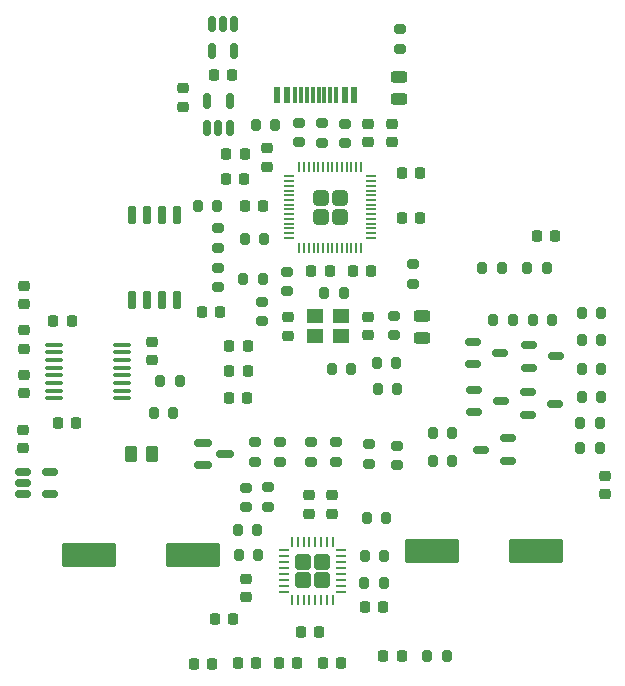
<source format=gbr>
%TF.GenerationSoftware,KiCad,Pcbnew,8.0.1*%
%TF.CreationDate,2024-04-11T10:52:21-07:00*%
%TF.ProjectId,TMC2240_RP2040,544d4332-3234-4305-9f52-50323034302e,rev?*%
%TF.SameCoordinates,Original*%
%TF.FileFunction,Paste,Top*%
%TF.FilePolarity,Positive*%
%FSLAX46Y46*%
G04 Gerber Fmt 4.6, Leading zero omitted, Abs format (unit mm)*
G04 Created by KiCad (PCBNEW 8.0.1) date 2024-04-11 10:52:21*
%MOMM*%
%LPD*%
G01*
G04 APERTURE LIST*
G04 Aperture macros list*
%AMRoundRect*
0 Rectangle with rounded corners*
0 $1 Rounding radius*
0 $2 $3 $4 $5 $6 $7 $8 $9 X,Y pos of 4 corners*
0 Add a 4 corners polygon primitive as box body*
4,1,4,$2,$3,$4,$5,$6,$7,$8,$9,$2,$3,0*
0 Add four circle primitives for the rounded corners*
1,1,$1+$1,$2,$3*
1,1,$1+$1,$4,$5*
1,1,$1+$1,$6,$7*
1,1,$1+$1,$8,$9*
0 Add four rect primitives between the rounded corners*
20,1,$1+$1,$2,$3,$4,$5,0*
20,1,$1+$1,$4,$5,$6,$7,0*
20,1,$1+$1,$6,$7,$8,$9,0*
20,1,$1+$1,$8,$9,$2,$3,0*%
%AMFreePoly0*
4,1,14,0.340806,0.106694,0.394194,0.053306,0.412500,0.009112,0.412500,-0.062500,0.394194,-0.106694,0.350000,-0.125000,-0.350000,-0.125000,-0.394194,-0.106694,-0.412500,-0.062500,-0.412500,0.062500,-0.394194,0.106694,-0.350000,0.125000,0.296612,0.125000,0.340806,0.106694,0.340806,0.106694,$1*%
%AMFreePoly1*
4,1,14,0.394194,0.106694,0.412500,0.062500,0.412500,-0.009112,0.394194,-0.053306,0.340806,-0.106694,0.296612,-0.125000,-0.350000,-0.125000,-0.394194,-0.106694,-0.412500,-0.062500,-0.412500,0.062500,-0.394194,0.106694,-0.350000,0.125000,0.350000,0.125000,0.394194,0.106694,0.394194,0.106694,$1*%
%AMFreePoly2*
4,1,14,0.106694,0.394194,0.125000,0.350000,0.125000,-0.350000,0.106694,-0.394194,0.062500,-0.412500,-0.062500,-0.412500,-0.106694,-0.394194,-0.125000,-0.350000,-0.125000,0.296612,-0.106694,0.340806,-0.053306,0.394194,-0.009112,0.412500,0.062500,0.412500,0.106694,0.394194,0.106694,0.394194,$1*%
%AMFreePoly3*
4,1,14,0.053306,0.394194,0.106694,0.340806,0.125000,0.296612,0.125000,-0.350000,0.106694,-0.394194,0.062500,-0.412500,-0.062500,-0.412500,-0.106694,-0.394194,-0.125000,-0.350000,-0.125000,0.350000,-0.106694,0.394194,-0.062500,0.412500,0.009112,0.412500,0.053306,0.394194,0.053306,0.394194,$1*%
%AMFreePoly4*
4,1,14,0.394194,0.106694,0.412500,0.062500,0.412500,-0.062500,0.394194,-0.106694,0.350000,-0.125000,-0.296612,-0.125000,-0.340806,-0.106694,-0.394194,-0.053306,-0.412500,-0.009112,-0.412500,0.062500,-0.394194,0.106694,-0.350000,0.125000,0.350000,0.125000,0.394194,0.106694,0.394194,0.106694,$1*%
%AMFreePoly5*
4,1,14,0.394194,0.106694,0.412500,0.062500,0.412500,-0.062500,0.394194,-0.106694,0.350000,-0.125000,-0.350000,-0.125000,-0.394194,-0.106694,-0.412500,-0.062500,-0.412500,0.009112,-0.394194,0.053306,-0.340806,0.106694,-0.296612,0.125000,0.350000,0.125000,0.394194,0.106694,0.394194,0.106694,$1*%
%AMFreePoly6*
4,1,14,0.106694,0.394194,0.125000,0.350000,0.125000,-0.296612,0.106694,-0.340806,0.053306,-0.394194,0.009112,-0.412500,-0.062500,-0.412500,-0.106694,-0.394194,-0.125000,-0.350000,-0.125000,0.350000,-0.106694,0.394194,-0.062500,0.412500,0.062500,0.412500,0.106694,0.394194,0.106694,0.394194,$1*%
%AMFreePoly7*
4,1,14,0.106694,0.394194,0.125000,0.350000,0.125000,-0.350000,0.106694,-0.394194,0.062500,-0.412500,-0.009112,-0.412500,-0.053306,-0.394194,-0.106694,-0.340806,-0.125000,-0.296612,-0.125000,0.350000,-0.106694,0.394194,-0.062500,0.412500,0.062500,0.412500,0.106694,0.394194,0.106694,0.394194,$1*%
G04 Aperture macros list end*
%ADD10RoundRect,0.250000X0.262500X0.450000X-0.262500X0.450000X-0.262500X-0.450000X0.262500X-0.450000X0*%
%ADD11RoundRect,0.200000X0.200000X0.275000X-0.200000X0.275000X-0.200000X-0.275000X0.200000X-0.275000X0*%
%ADD12RoundRect,0.200000X-0.200000X-0.275000X0.200000X-0.275000X0.200000X0.275000X-0.200000X0.275000X0*%
%ADD13RoundRect,0.150000X-0.512500X-0.150000X0.512500X-0.150000X0.512500X0.150000X-0.512500X0.150000X0*%
%ADD14RoundRect,0.225000X0.250000X-0.225000X0.250000X0.225000X-0.250000X0.225000X-0.250000X-0.225000X0*%
%ADD15RoundRect,0.200000X-0.275000X0.200000X-0.275000X-0.200000X0.275000X-0.200000X0.275000X0.200000X0*%
%ADD16RoundRect,0.225000X-0.225000X-0.250000X0.225000X-0.250000X0.225000X0.250000X-0.225000X0.250000X0*%
%ADD17RoundRect,0.200000X0.275000X-0.200000X0.275000X0.200000X-0.275000X0.200000X-0.275000X-0.200000X0*%
%ADD18RoundRect,0.225000X-0.250000X0.225000X-0.250000X-0.225000X0.250000X-0.225000X0.250000X0.225000X0*%
%ADD19RoundRect,0.225000X0.225000X0.250000X-0.225000X0.250000X-0.225000X-0.250000X0.225000X-0.250000X0*%
%ADD20R,0.600000X1.450000*%
%ADD21R,0.300000X1.450000*%
%ADD22RoundRect,0.249999X-0.395001X-0.395001X0.395001X-0.395001X0.395001X0.395001X-0.395001X0.395001X0*%
%ADD23RoundRect,0.050000X-0.387500X-0.050000X0.387500X-0.050000X0.387500X0.050000X-0.387500X0.050000X0*%
%ADD24RoundRect,0.050000X-0.050000X-0.387500X0.050000X-0.387500X0.050000X0.387500X-0.050000X0.387500X0*%
%ADD25RoundRect,0.150000X-0.150000X0.512500X-0.150000X-0.512500X0.150000X-0.512500X0.150000X0.512500X0*%
%ADD26RoundRect,0.243750X0.456250X-0.243750X0.456250X0.243750X-0.456250X0.243750X-0.456250X-0.243750X0*%
%ADD27R,1.400000X1.200000*%
%ADD28RoundRect,0.150000X0.512500X0.150000X-0.512500X0.150000X-0.512500X-0.150000X0.512500X-0.150000X0*%
%ADD29RoundRect,0.250001X-2.049999X-0.799999X2.049999X-0.799999X2.049999X0.799999X-2.049999X0.799999X0*%
%ADD30RoundRect,0.150000X-0.587500X-0.150000X0.587500X-0.150000X0.587500X0.150000X-0.587500X0.150000X0*%
%ADD31RoundRect,0.250001X2.049999X0.799999X-2.049999X0.799999X-2.049999X-0.799999X2.049999X-0.799999X0*%
%ADD32RoundRect,0.243750X-0.456250X0.243750X-0.456250X-0.243750X0.456250X-0.243750X0.456250X0.243750X0*%
%ADD33RoundRect,0.100000X-0.637500X-0.100000X0.637500X-0.100000X0.637500X0.100000X-0.637500X0.100000X0*%
%ADD34RoundRect,0.150000X0.150000X-0.512500X0.150000X0.512500X-0.150000X0.512500X-0.150000X-0.512500X0*%
%ADD35RoundRect,0.250000X-0.420000X0.420000X-0.420000X-0.420000X0.420000X-0.420000X0.420000X0.420000X0*%
%ADD36FreePoly0,270.000000*%
%ADD37RoundRect,0.062500X-0.062500X0.350000X-0.062500X-0.350000X0.062500X-0.350000X0.062500X0.350000X0*%
%ADD38FreePoly1,270.000000*%
%ADD39FreePoly2,270.000000*%
%ADD40RoundRect,0.062500X-0.350000X0.062500X-0.350000X-0.062500X0.350000X-0.062500X0.350000X0.062500X0*%
%ADD41FreePoly3,270.000000*%
%ADD42FreePoly4,270.000000*%
%ADD43FreePoly5,270.000000*%
%ADD44FreePoly6,270.000000*%
%ADD45FreePoly7,270.000000*%
%ADD46RoundRect,0.150000X-0.150000X0.650000X-0.150000X-0.650000X0.150000X-0.650000X0.150000X0.650000X0*%
G04 APERTURE END LIST*
D10*
%TO.C,R27*%
X111712500Y-142650000D03*
X109887500Y-142650000D03*
%TD*%
D11*
%TO.C,R40*%
X142225000Y-131300000D03*
X140575000Y-131300000D03*
%TD*%
D12*
%TO.C,R39*%
X145550000Y-131300000D03*
X143900000Y-131300000D03*
%TD*%
D13*
%TO.C,D5*%
X138925000Y-137250000D03*
X138925000Y-139150000D03*
X141200000Y-138200000D03*
%TD*%
%TO.C,D4*%
X143525000Y-137450000D03*
X143525000Y-139350000D03*
X145800000Y-138400000D03*
%TD*%
%TO.C,D3*%
X143625000Y-133450000D03*
X143625000Y-135350000D03*
X145900000Y-134400000D03*
%TD*%
%TO.C,D2*%
X138825000Y-133150000D03*
X138825000Y-135050000D03*
X141100000Y-134100000D03*
%TD*%
D14*
%TO.C,C45*%
X100750000Y-142175000D03*
X100750000Y-140625000D03*
%TD*%
D12*
%TO.C,R36*%
X143425000Y-126950000D03*
X145075000Y-126950000D03*
%TD*%
D15*
%TO.C,R41*%
X132650000Y-106700000D03*
X132650000Y-108350000D03*
%TD*%
D14*
%TO.C,C12*%
X124950000Y-147725000D03*
X124950000Y-146175000D03*
%TD*%
D15*
%TO.C,R14*%
X121500000Y-145500000D03*
X121500000Y-147150000D03*
%TD*%
D16*
%TO.C,C29*%
X132825000Y-118850000D03*
X134375000Y-118850000D03*
%TD*%
D17*
%TO.C,R26*%
X117300000Y-128550000D03*
X117300000Y-126900000D03*
%TD*%
D15*
%TO.C,R43*%
X124100000Y-114625000D03*
X124100000Y-116275000D03*
%TD*%
D11*
%TO.C,R29*%
X149700000Y-135500000D03*
X148050000Y-135500000D03*
%TD*%
%TO.C,R30*%
X149600000Y-140000000D03*
X147950000Y-140000000D03*
%TD*%
D15*
%TO.C,R47*%
X126100000Y-114675000D03*
X126100000Y-116325000D03*
%TD*%
D12*
%TO.C,R8*%
X119400000Y-127875000D03*
X121050000Y-127875000D03*
%TD*%
D18*
%TO.C,C6*%
X119600000Y-153250000D03*
X119600000Y-154800000D03*
%TD*%
D19*
%TO.C,C43*%
X105275000Y-140050000D03*
X103725000Y-140050000D03*
%TD*%
D17*
%TO.C,R10*%
X123060000Y-128895000D03*
X123060000Y-127245000D03*
%TD*%
D19*
%TO.C,C44*%
X104875000Y-131400000D03*
X103325000Y-131400000D03*
%TD*%
D12*
%TO.C,R35*%
X135425000Y-143250000D03*
X137075000Y-143250000D03*
%TD*%
%TO.C,R16*%
X130800000Y-137150000D03*
X132450000Y-137150000D03*
%TD*%
D15*
%TO.C,R13*%
X119600000Y-145525000D03*
X119600000Y-147175000D03*
%TD*%
D20*
%TO.C,J19*%
X128770000Y-112295000D03*
X127970000Y-112295000D03*
D21*
X126770000Y-112295000D03*
X125770000Y-112295000D03*
X125270000Y-112295000D03*
X124270000Y-112295000D03*
D20*
X123070000Y-112295000D03*
X122270000Y-112295000D03*
X122270000Y-112295000D03*
X123070000Y-112295000D03*
D21*
X123770000Y-112295000D03*
X124770000Y-112295000D03*
X126270000Y-112295000D03*
X127270000Y-112295000D03*
D20*
X127970000Y-112295000D03*
X128770000Y-112295000D03*
%TD*%
D16*
%TO.C,C17*%
X144275000Y-124200000D03*
X145825000Y-124200000D03*
%TD*%
D12*
%TO.C,R4*%
X119515000Y-124490000D03*
X121165000Y-124490000D03*
%TD*%
D19*
%TO.C,C11*%
X116775000Y-160450000D03*
X115225000Y-160450000D03*
%TD*%
D16*
%TO.C,C34*%
X115875000Y-130650000D03*
X117425000Y-130650000D03*
%TD*%
D14*
%TO.C,C19*%
X123200000Y-132650000D03*
X123200000Y-131100000D03*
%TD*%
D12*
%TO.C,R5*%
X112350000Y-136500000D03*
X114000000Y-136500000D03*
%TD*%
D17*
%TO.C,R2*%
X122500000Y-143325000D03*
X122500000Y-141675000D03*
%TD*%
D22*
%TO.C,U5*%
X125950000Y-120962500D03*
X125950000Y-122562500D03*
X127550000Y-120962500D03*
X127550000Y-122562500D03*
D23*
X123312500Y-119162500D03*
X123312500Y-119562500D03*
X123312500Y-119962500D03*
X123312500Y-120362500D03*
X123312500Y-120762500D03*
X123312500Y-121162500D03*
X123312500Y-121562500D03*
X123312500Y-121962500D03*
X123312500Y-122362500D03*
X123312500Y-122762500D03*
X123312500Y-123162500D03*
X123312500Y-123562500D03*
X123312500Y-123962500D03*
X123312500Y-124362500D03*
D24*
X124150000Y-125200000D03*
X124550000Y-125200000D03*
X124950000Y-125200000D03*
X125350000Y-125200000D03*
X125750000Y-125200000D03*
X126150000Y-125200000D03*
X126550000Y-125200000D03*
X126950000Y-125200000D03*
X127350000Y-125200000D03*
X127750000Y-125200000D03*
X128150000Y-125200000D03*
X128550000Y-125200000D03*
X128950000Y-125200000D03*
X129350000Y-125200000D03*
D23*
X130187500Y-124362500D03*
X130187500Y-123962500D03*
X130187500Y-123562500D03*
X130187500Y-123162500D03*
X130187500Y-122762500D03*
X130187500Y-122362500D03*
X130187500Y-121962500D03*
X130187500Y-121562500D03*
X130187500Y-121162500D03*
X130187500Y-120762500D03*
X130187500Y-120362500D03*
X130187500Y-119962500D03*
X130187500Y-119562500D03*
X130187500Y-119162500D03*
D24*
X129350000Y-118325000D03*
X128950000Y-118325000D03*
X128550000Y-118325000D03*
X128150000Y-118325000D03*
X127750000Y-118325000D03*
X127350000Y-118325000D03*
X126950000Y-118325000D03*
X126550000Y-118325000D03*
X126150000Y-118325000D03*
X125750000Y-118325000D03*
X125350000Y-118325000D03*
X124950000Y-118325000D03*
X124550000Y-118325000D03*
X124150000Y-118325000D03*
%TD*%
D19*
%TO.C,C13*%
X118515000Y-156670000D03*
X116965000Y-156670000D03*
%TD*%
%TO.C,C14*%
X123950000Y-160350000D03*
X122400000Y-160350000D03*
%TD*%
D25*
%TO.C,U7*%
X118650000Y-106275000D03*
X117700000Y-106275000D03*
X116750000Y-106275000D03*
X116750000Y-108550000D03*
X118650000Y-108550000D03*
%TD*%
D26*
%TO.C,D16*%
X134550000Y-132837500D03*
X134550000Y-130962500D03*
%TD*%
D27*
%TO.C,Y1*%
X127700000Y-131000000D03*
X125500000Y-131000000D03*
X125500000Y-132700000D03*
X127700000Y-132700000D03*
%TD*%
D11*
%TO.C,R23*%
X120650000Y-151200000D03*
X119000000Y-151200000D03*
%TD*%
D18*
%TO.C,C40*%
X111650000Y-133150000D03*
X111650000Y-134700000D03*
%TD*%
D28*
%TO.C,D1*%
X141775000Y-143250000D03*
X141775000Y-141350000D03*
X139500000Y-142300000D03*
%TD*%
D18*
%TO.C,C2*%
X150000000Y-144525000D03*
X150000000Y-146075000D03*
%TD*%
D17*
%TO.C,R24*%
X130030000Y-143490000D03*
X130030000Y-141840000D03*
%TD*%
D15*
%TO.C,R3*%
X120350000Y-141675000D03*
X120350000Y-143325000D03*
%TD*%
D11*
%TO.C,R11*%
X131300000Y-153550000D03*
X129650000Y-153550000D03*
%TD*%
D29*
%TO.C,C7*%
X135400000Y-150850000D03*
X144200000Y-150850000D03*
%TD*%
D17*
%TO.C,R25*%
X132380000Y-143610000D03*
X132380000Y-141960000D03*
%TD*%
D30*
%TO.C,Q1*%
X115975000Y-141700000D03*
X115975000Y-143600000D03*
X117850000Y-142650000D03*
%TD*%
D17*
%TO.C,R21*%
X125140000Y-143310000D03*
X125140000Y-141660000D03*
%TD*%
D11*
%TO.C,R38*%
X127925000Y-129000000D03*
X126275000Y-129000000D03*
%TD*%
D17*
%TO.C,R20*%
X133740000Y-128245000D03*
X133740000Y-126595000D03*
%TD*%
D19*
%TO.C,C37*%
X119775000Y-133550000D03*
X118225000Y-133550000D03*
%TD*%
D16*
%TO.C,C10*%
X129675000Y-155650000D03*
X131225000Y-155650000D03*
%TD*%
D31*
%TO.C,C4*%
X115150000Y-151250000D03*
X106350000Y-151250000D03*
%TD*%
D13*
%TO.C,U8*%
X100725000Y-144150000D03*
X100725000Y-145100000D03*
X100725000Y-146050000D03*
X103000000Y-146050000D03*
X103000000Y-144150000D03*
%TD*%
D16*
%TO.C,C5*%
X124250000Y-157750000D03*
X125800000Y-157750000D03*
%TD*%
%TO.C,C15*%
X126150000Y-160350000D03*
X127700000Y-160350000D03*
%TD*%
D11*
%TO.C,R18*%
X132350000Y-134925000D03*
X130700000Y-134925000D03*
%TD*%
%TO.C,R31*%
X149700000Y-133000000D03*
X148050000Y-133000000D03*
%TD*%
%TO.C,R28*%
X149700000Y-130700000D03*
X148050000Y-130700000D03*
%TD*%
%TO.C,R32*%
X148050000Y-137800000D03*
X149700000Y-137800000D03*
%TD*%
D32*
%TO.C,D15*%
X132600000Y-110750000D03*
X132600000Y-112625000D03*
%TD*%
D15*
%TO.C,R42*%
X132200000Y-130975000D03*
X132200000Y-132625000D03*
%TD*%
D11*
%TO.C,R33*%
X149600000Y-142200000D03*
X147950000Y-142200000D03*
%TD*%
D33*
%TO.C,U6*%
X103400000Y-133400000D03*
X103400000Y-134050000D03*
X103400000Y-134700000D03*
X103400000Y-135350000D03*
X103400000Y-136000000D03*
X103400000Y-136650000D03*
X103400000Y-137300000D03*
X103400000Y-137950000D03*
X109125000Y-137950000D03*
X109125000Y-137300000D03*
X109125000Y-136650000D03*
X109125000Y-136000000D03*
X109125000Y-135350000D03*
X109125000Y-134700000D03*
X109125000Y-134050000D03*
X109125000Y-133400000D03*
%TD*%
D19*
%TO.C,C36*%
X119750000Y-137950000D03*
X118200000Y-137950000D03*
%TD*%
D14*
%TO.C,C9*%
X126950000Y-147725000D03*
X126950000Y-146175000D03*
%TD*%
D11*
%TO.C,R17*%
X128525000Y-135500000D03*
X126875000Y-135500000D03*
%TD*%
D12*
%TO.C,R7*%
X111805000Y-139190000D03*
X113455000Y-139190000D03*
%TD*%
D18*
%TO.C,C39*%
X100850000Y-132200000D03*
X100850000Y-133750000D03*
%TD*%
D12*
%TO.C,R12*%
X129700000Y-151300000D03*
X131350000Y-151300000D03*
%TD*%
D19*
%TO.C,C28*%
X121075000Y-121700000D03*
X119525000Y-121700000D03*
%TD*%
D17*
%TO.C,R19*%
X121000000Y-131425000D03*
X121000000Y-129775000D03*
%TD*%
D19*
%TO.C,C16*%
X119775000Y-135650000D03*
X118225000Y-135650000D03*
%TD*%
D14*
%TO.C,C31*%
X114300000Y-113250000D03*
X114300000Y-111700000D03*
%TD*%
D18*
%TO.C,C42*%
X100850000Y-135950000D03*
X100850000Y-137500000D03*
%TD*%
%TO.C,C18*%
X130000000Y-131025000D03*
X130000000Y-132575000D03*
%TD*%
D16*
%TO.C,C20*%
X128670000Y-127180000D03*
X130220000Y-127180000D03*
%TD*%
D19*
%TO.C,C1*%
X132800000Y-159800000D03*
X131250000Y-159800000D03*
%TD*%
D15*
%TO.C,R48*%
X128050000Y-114700000D03*
X128050000Y-116350000D03*
%TD*%
D12*
%TO.C,R37*%
X139625000Y-126950000D03*
X141275000Y-126950000D03*
%TD*%
D11*
%TO.C,R1*%
X136625000Y-159800000D03*
X134975000Y-159800000D03*
%TD*%
%TO.C,R44*%
X122100000Y-114800000D03*
X120450000Y-114800000D03*
%TD*%
D16*
%TO.C,C25*%
X132825000Y-122650000D03*
X134375000Y-122650000D03*
%TD*%
D11*
%TO.C,R22*%
X120600000Y-149100000D03*
X118950000Y-149100000D03*
%TD*%
D19*
%TO.C,C32*%
X118450000Y-110600000D03*
X116900000Y-110600000D03*
%TD*%
D17*
%TO.C,R45*%
X117250000Y-125200000D03*
X117250000Y-123550000D03*
%TD*%
D34*
%TO.C,U3*%
X116350000Y-115050000D03*
X117300000Y-115050000D03*
X118250000Y-115050000D03*
X118250000Y-112775000D03*
X116350000Y-112775000D03*
%TD*%
D11*
%TO.C,R15*%
X131525000Y-148050000D03*
X129875000Y-148050000D03*
%TD*%
D19*
%TO.C,C33*%
X119525000Y-117250000D03*
X117975000Y-117250000D03*
%TD*%
%TO.C,C24*%
X126715000Y-127180000D03*
X125165000Y-127180000D03*
%TD*%
D17*
%TO.C,R9*%
X127290000Y-143335000D03*
X127290000Y-141685000D03*
%TD*%
D14*
%TO.C,C22*%
X129990000Y-116275000D03*
X129990000Y-114725000D03*
%TD*%
D12*
%TO.C,R34*%
X135425000Y-140850000D03*
X137075000Y-140850000D03*
%TD*%
D14*
%TO.C,C23*%
X121400000Y-118325000D03*
X121400000Y-116775000D03*
%TD*%
%TO.C,C41*%
X100850000Y-129950000D03*
X100850000Y-128400000D03*
%TD*%
D19*
%TO.C,C35*%
X119490000Y-119370000D03*
X117940000Y-119370000D03*
%TD*%
D35*
%TO.C,U1*%
X126025000Y-151787500D03*
X124475000Y-151787500D03*
X126025000Y-153337500D03*
X124475000Y-153337500D03*
D36*
X127000000Y-150125000D03*
D37*
X126500000Y-150125000D03*
X126000000Y-150125000D03*
X125500000Y-150125000D03*
X125000000Y-150125000D03*
X124500000Y-150125000D03*
X124000000Y-150125000D03*
D38*
X123500000Y-150125000D03*
D39*
X122812500Y-150812500D03*
D40*
X122812500Y-151312500D03*
X122812500Y-151812500D03*
X122812500Y-152312500D03*
X122812500Y-152812500D03*
X122812500Y-153312500D03*
X122812500Y-153812500D03*
D41*
X122812500Y-154312500D03*
D42*
X123500000Y-155000000D03*
D37*
X124000000Y-155000000D03*
X124500000Y-155000000D03*
X125000000Y-155000000D03*
X125500000Y-155000000D03*
X126000000Y-155000000D03*
X126500000Y-155000000D03*
D43*
X127000000Y-155000000D03*
D44*
X127687500Y-154312500D03*
D40*
X127687500Y-153812500D03*
X127687500Y-153312500D03*
X127687500Y-152812500D03*
X127687500Y-152312500D03*
X127687500Y-151812500D03*
X127687500Y-151312500D03*
D45*
X127687500Y-150812500D03*
%TD*%
D12*
%TO.C,R6*%
X115550000Y-121690000D03*
X117200000Y-121690000D03*
%TD*%
D16*
%TO.C,C8*%
X118950000Y-160350000D03*
X120500000Y-160350000D03*
%TD*%
D14*
%TO.C,C30*%
X131960000Y-116265000D03*
X131960000Y-114715000D03*
%TD*%
D46*
%TO.C,U4*%
X113770000Y-122450000D03*
X112500000Y-122450000D03*
X111230000Y-122450000D03*
X109960000Y-122450000D03*
X109960000Y-129650000D03*
X111230000Y-129650000D03*
X112500000Y-129650000D03*
X113770000Y-129650000D03*
%TD*%
M02*

</source>
